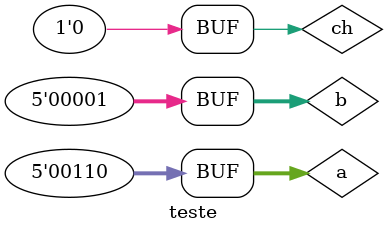
<source format=v>


module halfadder(cout,s,a,b);

	output s,cout;
	input a,b;
	 
	xor(s,a,b);
	and(cout,a,b);
	
endmodule // fim haladder
	

module fulladder(cout, s0, a0, b0, cin);
	output cout, s0;
	input a0, b0, cin;
	wire c0,c1,c2; 
	
	xor xor1(c0, a0, b0);
	and and1(c1, a0, b0);
	
	xor xor2(s0, c0, cin);
	and and2(c2, c0, cin);
	
	or or1(cout, c1, c2);
	
endmodule // fim fulladder

// ---------------------
// -- adder
// ---------------------

module adder(flags,s,ch,a,b);
	output [5:0] s;
	output [1:0] flags;
	input [4:0] a , b;
	input ch;
	wire c1, c3, c5, c7,c9,c11,x1,x2,x3,x4, x5; 
	
	
	xor xor1(x1,ch,b[0]);
	xor xor2(x2,ch,b[1]);
	xor xor3(x3,ch,b[2]);
	xor xor4(x4,ch,b[3]);
	xor xor5(x5,ch,b[4]);
	
	fulladder f1(c1, s[0], a[0], x1, ch);
	fulladder f2(c3, s[1], a[1], x2, c1);
	fulladder f3(c5, s[2], a[2], x3, c3);
	fulladder f4(c7, s[3], a[3], x4, c5);
	fulladder f5(c11, s[4], a[4], x5,c7);
	xor xor6(s[5],c11,ch);
	
	not not1(c9,c7);
	and and1(flags[1], c9, s[5]);
	
	nor nor1 (flags[0],s[5], s[4],s[3],s[2],s[1],s[0]);
	
endmodule // fim adder

// ---------------------
// -- comparador
// ---------------------

module comparador(maior, menor, dif, igual,a,b);

	output maior, menor, dif, igual;
	input [4:0] a , b;
	
	wire a1,a2,a3,a4,a5,a6,a7,a8,a9,a10,a11,a12,a13,a14,a15,a16,a17,o1,o2,o3,o4,o5;
	
	and and1(a1, ~a[0], b[0]);
	and and2(a2, a[0], ~b[0]);
	and and3(a3, ~a[1], b[1]);
	and and4(a4, a[1], ~b[1]);
	and and5(a5, ~a[2], b[2]);
	and and6(a6, a[2], ~b[2]);
	and and7(a7, ~a[3], b[3]);
	and and8(a8, a[3], ~b[3]);
	and and9(a9, ~a[4], b[4]);
	and and10(a10,a[4],~b[4]);
	
	nor nor1(o1,a1,a2);
	nor nor2(o2,a3,a4);
	nor nor3(o3,a5,a6);
	nor nor4(o4,a7,a8);
	nor nor5(o5,a9,a10);
	
	and and11(a10,a3,o1);
	and and12(a11,a4,o1);
	and and13(a12,a5,o1,o2);
	and and14(a13,a6,o1,o2);
	and and15(a14,a7,o1,o2,o3);
	and and16(a15,a8,o1,o2,o3);
	and and17(a16,a9,o1,o2,o3,o4);
	and and18(a17,a10,o1,o2,o3,o4);
	and and19(igual,o1,o2,o3,o4,o5);
	
	
	not(dif,~igual);
	      	
	or or10(menor,a1,a10,a12,a14,a16); 
	or or11(maior,a2,a11,a13,a15,a17);
	
endmodule //fim comparador

// ---------------------
// -- Incremento de 1
// ---------------------
module incremento1(s,b);

	input[4:0]b;
	output [5:0]s;
	wire h1, h2, h3,h4;
	
	halfadder halfadder1(h1,s[0],b[0],1);
	halfadder halfadder2(h2,s[1],b[1],h1);
	halfadder halfadder3(h3,s[2],b[2],h2);
	halfadder halfadder4(h4,s[3],b[3],h3);
	halfadder halfadder5(s[5],s[4],b[4],h4);
	
endmodule //fim  incremento1

// ---------------------
// -- Complemento de 1
// ---------------------
module complemento1(s,b);

	input [4:0]b;
	output [4:0]s;
	
	not not1(s[0], b[0]);
	not not2(s[1], b[1]);
	not not3(s[2], b[2]);
	not not4(s[3], b[3]);
	not not5(s[4], b[4]);

endmodule // fim  complemento1

// ---------------------
// -- Complemento de 2
// ---------------------
module complemento2(s,b);

	input[4:0]b;
	output [5:0]s;
	wire [4:0]c1;
	
	complemento1 complemento11(c1,b);
	incremento1 incremento11(s,c1);
		
endmodule //fim complemento2
	
	
// ---------------------
// --    teste
// ---------------------
module teste;

	wire[5:0] s,c2,i1;
	wire[4:0] c1;
	wire[1:0] f;
	wire maior,menor,dif,igual;
	reg[4:0] a,b;
	reg ch;
	
	adder A1(f,s,ch, a, b);
	comparador compador1(maior, menor, dif, igual,a,b);
	complemento1 compl1(c1,b);
	incremento1 incr1(i1,b);
	complemento2 compl2(c2,b);

	
	
	initial begin
		
		$display("                      Caio Ragacci Pimentel - 405794");
      $display("                                ALU");
		$display("ch   A       B  =     S    M m D I O Z   Complemento1  Complemento2   Incremento1");
		$monitor("%b  %5b  %5b =  %6b  %b %b %b %b %b %b     %5b         %6b         %6b", ch,a, b, s,  maior,menor,dif,igual,f[1],f[0],c1,c2,i1);
		#1 ch=1; a=0; b=1; 
		#1 ch=0; a=1; b=1; 
		#1 ch=1; a=2; b=1;
		#1 ch=1; a=2; b=0; 
		#1 ch=0; a=3; b=1; 
		#1 ch=1; a=3; b=2;
		#1 ch=1; a=3; b=3; 
		#1 ch=0; a=4; b=1; 
		#1 ch=1; a=4; b=2;
		#1 ch=1; a=4; b=3; 
		#1 ch=0; a=4; b=4; 
		#1 ch=1; a=5; b=1;
		#1 ch=1; a=5; b=2;
		#1 ch=0; a=5; b=3;
		#1 ch=1; a=5; b=4;
		#1 ch=1; a=5; b=5;
		#1 ch=0; a=6; b=1; 
	end
	
endmodule //fim teste
	
</source>
